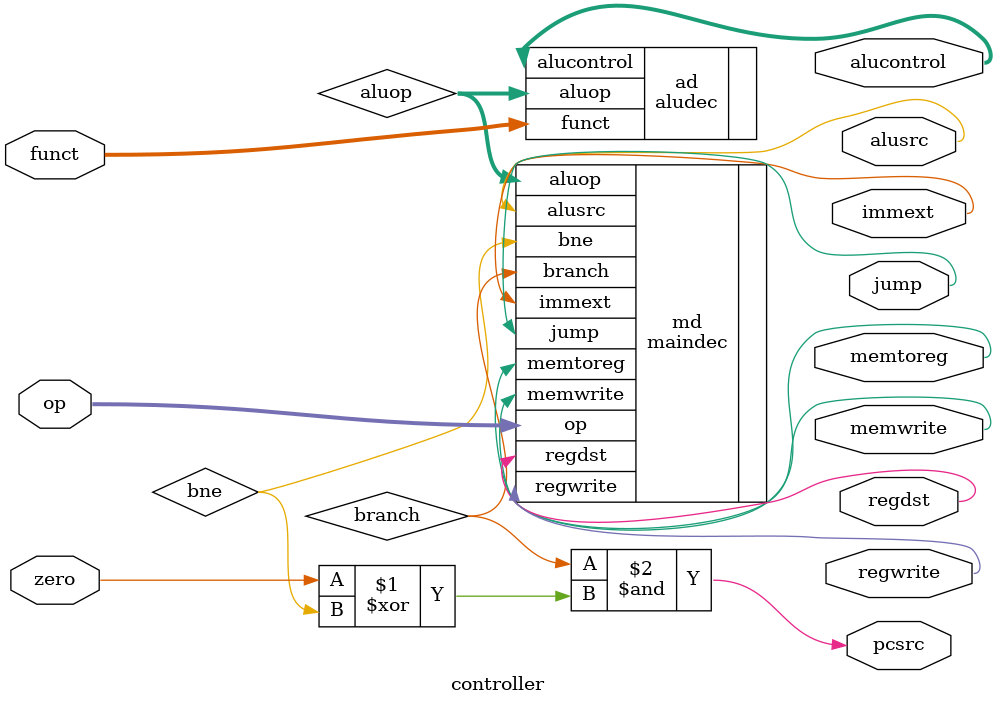
<source format=sv>
`timescale 1ns / 1ps


module controller(
    input logic [5:0] op,funct,
    input logic zero,
    output logic [2:0] alucontrol,
    output logic memtoreg,memwrite,jump,pcsrc,alusrc,regdst,regwrite,immext//new immext
);

    logic [2:0] aluop;
    logic branch;
    logic bne;//new bne signal
    
    maindec md(.op(op),.memtoreg(memtoreg),.memwrite(memwrite),.branch(branch),.bne(bne),//new bne signal
               .alusrc(alusrc),.regdst(regdst),.regwrite(regwrite),.jump(jump),.aluop(aluop),.immext(immext));//new immext
    aludec ad(.funct(funct),.aluop(aluop),.alucontrol(alucontrol));
    
    assign pcsrc = branch & (zero ^ bne); //new bne signal

endmodule

</source>
